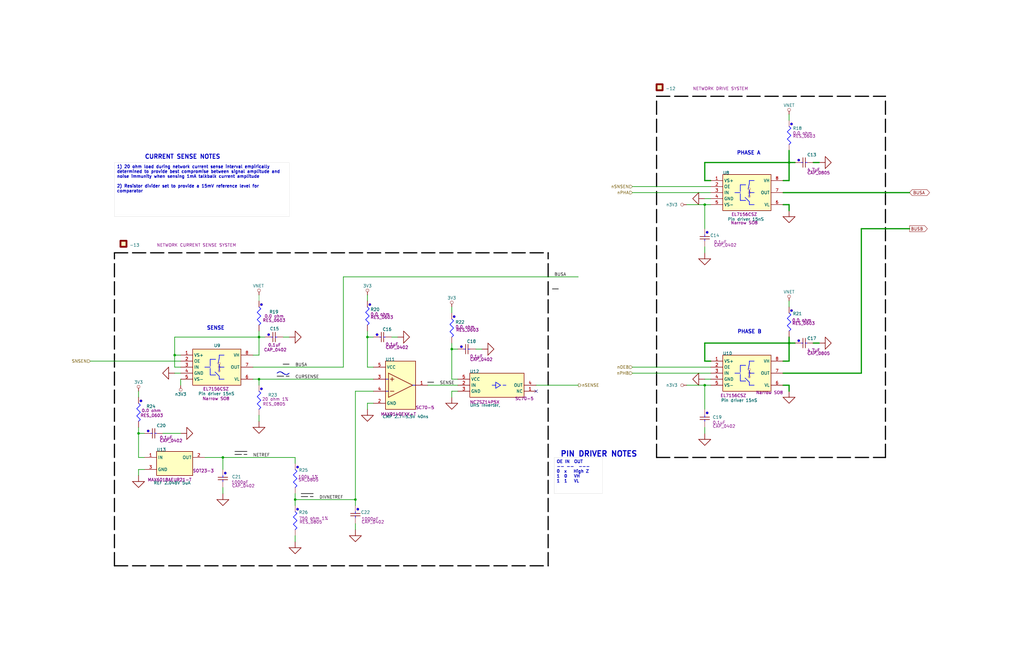
<source format=kicad_sch>
(kicad_sch (version 20231120) (generator "eeschema") (generator_version "8.0")
  (paper "B")
  (title_block (rev "-"))
  (lib_symbols
    (symbol "NNPS:3V3" (power)
      (property "Reference" "#PWR" (at 0 0 0))
      (property "Value" "3V3" (at 0 3.81 0))
      (symbol "3V3_0_0"
        (circle (center 0 -1.905) (radius 0.635) (stroke (width 0.127)))
        (polyline (pts (xy 0 0) (xy 0 -1.27)) (stroke (width 0.254)))
        (pin power_in line (at 0 0 0) (length 0) hide (name "3V3") (number ""))
      )
    )
    (symbol "NNPS:GND" (power)
      (property "Reference" "#PWR" (at 0 0 0))
      (property "Value" "GND" (at 0 6.35 0))
      (symbol "GND_0_0"
        (polyline (pts (xy 0 0) (xy 0 -2.54)) (stroke (width 0.254)))
        (polyline (pts (xy -2.54 -2.54) (xy 2.54 -2.54) (xy 0 -5.08) (xy -2.54 -2.54)) (stroke (width 0.254)))
        (pin power_in line (at 0 0 0) (length 0) hide (name "GND") (number ""))
      )
    )
    (symbol "NNPS:VNET" (power)
      (property "Reference" "#PWR" (at 0 0 0))
      (property "Value" "VNET" (at 0 3.81 0))
      (symbol "VNET_0_0"
        (circle (center 0 -1.905) (radius 0.635) (stroke (width 0.127)))
        (polyline (pts (xy 0 0) (xy 0 -1.27)) (stroke (width 0.254)))
        (pin power_in line (at 0 0 0) (length 0) hide (name "VNET") (number ""))
      )
    )
    (symbol "NNPS:n3V3" (power)
      (property "Reference" "#PWR" (at 0 0 0))
      (property "Value" "n3V3" (at 0 3.81 0))
      (symbol "n3V3_0_0"
        (circle (center 0 -1.905) (radius 0.635) (stroke (width 0.127)))
        (polyline (pts (xy 0 0) (xy 0 -1.27)) (stroke (width 0.254)))
        (pin power_in line (at 0 0 0) (length 0) hide (name "n3V3") (number ""))
      )
    )
    (symbol "NNPS:root_0_BOM_S1"
      (symbol "root_0_BOM_S1_1_0"
        (rectangle (start 2.54 0) (end 0 -2.54) (stroke (width 0.762)) (fill (type background)))
      )
    )
    (symbol "NNPS:root_0_EL7156CSZ"
      (symbol "root_0_EL7156CSZ_1_0"
        (polyline (pts (xy 7.366 -7.62) (xy 5.08 -7.62)) (stroke (width 0.254) (type dash) (color 0 0 255 1)))
        (polyline (pts (xy 7.366 -4.318) (xy 7.366 -10.922)) (stroke (width 0.254) (type dash) (color 0 0 255 1)))
        (polyline (pts (xy 9.652 -10.922) (xy 7.366 -10.922)) (stroke (width 0.254) (type dash) (color 0 0 255 1)))
        (polyline (pts (xy 9.652 -4.318) (xy 7.366 -4.318)) (stroke (width 0.254) (type dash) (color 0 0 255 1)))
        (polyline (pts (xy 10.668 -6.096) (xy 11.176 -3.81)) (stroke (width 0.254) (color 0 0 255 1)))
        (polyline (pts (xy 11.176 -12.7) (xy 11.176 -11.43)) (stroke (width 0.254) (color 0 0 255 1)))
        (polyline (pts (xy 11.176 -12.7) (xy 13.208 -12.7)) (stroke (width 0.254) (color 0 0 255 1)))
        (polyline (pts (xy 11.176 -11.43) (xy 9.398 -9.652)) (stroke (width 0.254) (color 0 0 255 1)))
        (polyline (pts (xy 11.176 -9.398) (xy 11.176 -7.62)) (stroke (width 0.254) (color 0 0 255 1)))
        (polyline (pts (xy 11.176 -7.62) (xy 11.176 -6.858)) (stroke (width 0.254) (color 0 0 255 1)))
        (polyline (pts (xy 11.176 -7.62) (xy 11.176 -6.858)) (stroke (width 0.254) (color 0 0 255 1)))
        (polyline (pts (xy 11.176 -7.62) (xy 11.176 -6.35)) (stroke (width 0.254) (color 0 0 255 1)))
        (polyline (pts (xy 11.176 -7.62) (xy 13.208 -7.62)) (stroke (width 0.254) (color 0 0 255 1)))
        (polyline (pts (xy 11.176 -3.81) (xy 11.176 -2.54)) (stroke (width 0.254) (color 0 0 255 1)))
        (polyline (pts (xy 11.176 -2.54) (xy 13.208 -2.54)) (stroke (width 0.254) (color 0 0 255 1)))
        (circle (center 11.176 -9.144) (radius 0.508) (stroke (width 0.0001)) (fill (type color) (color 0 0 255 1)))
        (circle (center 11.176 -7.62) (radius 0.508) (stroke (width 0.0001)) (fill (type color) (color 0 0 255 1)))
        (circle (center 11.176 -6.096) (radius 0.508) (stroke (width 0.0001)) (fill (type color) (color 0 0 255 1)))
        (rectangle (start 20.32 0) (end 0 -15.24) (stroke (width 0.254)) (fill (type background)))
        (pin passive line (at -5.08 -2.54 0) (length 5.08) (name "VS+") (number "1"))
        (pin passive line (at -5.08 -5.08 0) (length 5.08) (name "OE") (number "2"))
        (pin passive line (at -5.08 -7.62 0) (length 5.08) (name "IN") (number "3"))
        (pin passive line (at -5.08 -10.16 0) (length 5.08) (name "GND") (number "4"))
        (pin passive line (at -5.08 -12.7 0) (length 5.08) (name "VS-") (number "5"))
        (pin passive line (at 25.4 -12.7 180) (length 5.08) (name "VL") (number "6"))
        (pin passive line (at 25.4 -7.62 180) (length 5.08) (name "OUT") (number "7"))
        (pin passive line (at 25.4 -2.54 180) (length 5.08) (name "VH") (number "8"))
      )
    )
    (symbol "NNPS:root_0_GRM155R71C104KA88D"
      (symbol "root_0_GRM155R71C104KA88D_1_0"
        (polyline (pts (xy 2.54 0) (xy 3.302 0)) (stroke (width 0.254) (color 0 0 255 1)))
        (polyline (pts (xy 3.302 -2.032) (xy 3.302 2.032)) (stroke (width 0.254)))
        (polyline (pts (xy 4.318 2.032) (xy 4.318 -2.032)) (stroke (width 0.254)))
        (polyline (pts (xy 5.08 0) (xy 4.318 0)) (stroke (width 0.254) (color 0 0 255 1)))
        (circle (center 1.524 1.016) (radius 0.508) (stroke (width 0.0001)) (fill (type color) (color 0 0 255 1)))
        (pin passive line (at 0 0 0) (length 2.54) (name "1") (number "1"))
        (pin passive line (at 7.62 0 180) (length 2.54) (name "2") (number "2"))
      )
    )
    (symbol "NNPS:root_0_MAX6018AEUR21-T"
      (symbol "root_0_MAX6018AEUR21-T_1_0"
        (rectangle (start 15.24 0) (end 0 -10.16) (stroke (width 0.254)) (fill (type background)))
        (pin passive line (at -5.08 -2.54 0) (length 5.08) (name "IN") (number "1"))
        (pin passive line (at 20.32 -2.54 180) (length 5.08) (name "OUT") (number "2"))
        (pin passive line (at -5.08 -7.62 0) (length 5.08) (name "GND") (number "3"))
      )
    )
    (symbol "NNPS:root_0_MAX9140EXK"
      (symbol "root_0_MAX9140EXK_1_0"
        (polyline (pts (xy 0 -12.7) (xy 1.27 -12.7)) (stroke (width 0.254) (color 0 0 255 1)))
        (polyline (pts (xy 0 -7.62) (xy 1.27 -7.62)) (stroke (width 0.254) (color 0 0 255 1)))
        (polyline (pts (xy 1.27 -15.24) (xy 11.43 -10.16)) (stroke (width 0.254)))
        (polyline (pts (xy 1.27 -5.08) (xy 1.27 -15.24)) (stroke (width 0.254)))
        (polyline (pts (xy 1.27 -5.08) (xy 11.43 -10.16)) (stroke (width 0.254)))
        (polyline (pts (xy 2.032 -12.7) (xy 3.556 -12.7)) (stroke (width 0.254)))
        (polyline (pts (xy 2.032 -7.62) (xy 3.556 -7.62)) (stroke (width 0.254)))
        (polyline (pts (xy 2.794 -6.858) (xy 2.794 -8.382)) (stroke (width 0.254)))
        (polyline (pts (xy 11.43 -10.16) (xy 12.7 -10.16)) (stroke (width 0.254) (color 0 0 255 1)))
        (rectangle (start 12.7 0) (end 0 -20.32) (stroke (width 0.254)) (fill (type background)))
        (pin output line (at 17.78 -10.16 180) (length 5.08) (name "OUTA") (number "1"))
        (pin passive line (at -5.08 -17.78 0) (length 5.08) (name "GND") (number "2"))
        (pin tri_state line (at -5.08 -7.62 0) (length 5.08) (name "IN+") (number "3"))
        (pin tri_state line (at -5.08 -12.7 0) (length 5.08) (name "IN-") (number "4"))
        (pin passive line (at -5.08 -2.54 0) (length 5.08) (name "VCC") (number "5"))
      )
    )
    (symbol "NNPS:root_0_NC7SZ14P5X"
      (symbol "root_0_NC7SZ14P5X_1_0"
        (polyline (pts (xy 10.922 -6.35) (xy 10.922 -3.81)) (stroke (width 0.254) (color 0 0 255 1)))
        (polyline (pts (xy 10.922 -6.35) (xy 12.954 -5.08)) (stroke (width 0.254) (color 0 0 255 1)))
        (polyline (pts (xy 10.922 -5.08) (xy 9.398 -5.08)) (stroke (width 0.254) (color 0 0 255 1)))
        (polyline (pts (xy 10.922 -3.81) (xy 12.954 -5.08)) (stroke (width 0.254) (color 0 0 255 1)))
        (polyline (pts (xy 13.97 -5.08) (xy 15.24 -5.08)) (stroke (width 0.254) (color 0 0 255 1)))
        (rectangle (start 22.86 0) (end 0 -10.16) (stroke (width 0.254)) (fill (type background)))
        (pin passive line (at 27.94 -7.62 180) (length 5.08) (name "NC") (number "1"))
        (pin passive line (at -5.08 -5.08 0) (length 5.08) (name "IN") (number "2"))
        (pin passive line (at -5.08 -7.62 0) (length 5.08) (name "GND") (number "3"))
        (pin passive line (at 27.94 -5.08 180) (length 5.08) (name "OUT") (number "4"))
        (pin passive line (at -5.08 -2.54 0) (length 5.08) (name "VCC") (number "5"))
      )
    )
    (symbol "NNPS:root_0_TMK212BJ475KG-T"
      (symbol "root_0_TMK212BJ475KG-T_1_0"
        (polyline (pts (xy 2.54 0) (xy 3.302 0)) (stroke (width 0.254) (color 0 0 255 1)))
        (polyline (pts (xy 3.302 -2.032) (xy 3.302 2.032)) (stroke (width 0.254)))
        (polyline (pts (xy 4.318 2.032) (xy 4.318 -2.032)) (stroke (width 0.254)))
        (polyline (pts (xy 5.08 0) (xy 4.318 0)) (stroke (width 0.254) (color 0 0 255 1)))
        (circle (center 1.524 1.016) (radius 0.508) (stroke (width 0.0001)) (fill (type color) (color 0 0 255 1)))
        (pin passive line (at 0 0 0) (length 2.54) (name "1") (number "1"))
        (pin passive line (at 7.62 0 180) (length 2.54) (name "2") (number "2"))
      )
    )
    (symbol "NNPS:root_3_GRM1555C1H102JA01D"
      (symbol "root_3_GRM1555C1H102JA01D_1_0"
        (polyline (pts (xy -2.032 -3.302) (xy 2.032 -3.302)) (stroke (width 0.254)))
        (polyline (pts (xy 0 -5.08) (xy 0 -4.318)) (stroke (width 0.254) (color 0 0 255 1)))
        (polyline (pts (xy 0 -2.54) (xy 0 -3.302)) (stroke (width 0.254) (color 0 0 255 1)))
        (polyline (pts (xy 2.032 -4.318) (xy -2.032 -4.318)) (stroke (width 0.254)))
        (circle (center 1.016 -1.524) (radius 0.508) (stroke (width 0.0001)) (fill (type color) (color 0 0 255 1)))
        (pin passive line (at 0 0 270) (length 2.54) (name "1") (number "1"))
        (pin passive line (at 0 -7.62 90) (length 2.54) (name "2") (number "2"))
      )
    )
    (symbol "NNPS:root_3_GRM155R71C104KA88D"
      (symbol "root_3_GRM155R71C104KA88D_1_0"
        (polyline (pts (xy -2.032 -3.302) (xy 2.032 -3.302)) (stroke (width 0.254)))
        (polyline (pts (xy 0 -5.08) (xy 0 -4.318)) (stroke (width 0.254) (color 0 0 255 1)))
        (polyline (pts (xy 0 -2.54) (xy 0 -3.302)) (stroke (width 0.254) (color 0 0 255 1)))
        (polyline (pts (xy 2.032 -4.318) (xy -2.032 -4.318)) (stroke (width 0.254)))
        (circle (center 1.016 -1.524) (radius 0.508) (stroke (width 0.0001)) (fill (type color) (color 0 0 255 1)))
        (pin passive line (at 0 0 270) (length 2.54) (name "1") (number "1"))
        (pin passive line (at 0 -7.62 90) (length 2.54) (name "2") (number "2"))
      )
    )
    (symbol "NNPS:root_3_MCR03ERTJ000"
      (symbol "root_3_MCR03ERTJ000_1_0"
        (polyline (pts (xy 0 -10.16) (xy 0.762 -9.398) (xy -0.762 -7.874) (xy 0.762 -6.35) (xy -0.762 -4.826) (xy 0.762 -3.302) (xy 0 -2.54)) (stroke (width 0.254) (color 0 0 255 1)))
        (circle (center 1.016 -1.524) (radius 0.508) (stroke (width 0.0001)) (fill (type color) (color 0 0 255 1)))
        (pin passive line (at 0 0 270) (length 2.54) (name "1") (number "1"))
        (pin passive line (at 0 -12.7 90) (length 2.54) (name "2") (number "2"))
      )
    )
    (symbol "NNPS:root_3_MCR10EZHF20R0"
      (symbol "root_3_MCR10EZHF20R0_1_0"
        (polyline (pts (xy 0 -10.16) (xy 0.762 -9.398) (xy -0.762 -7.874) (xy 0.762 -6.35) (xy -0.762 -4.826) (xy 0.762 -3.302) (xy 0 -2.54)) (stroke (width 0.254) (color 0 0 255 1)))
        (circle (center 1.016 -1.524) (radius 0.508) (stroke (width 0.0001)) (fill (type color) (color 0 0 255 1)))
        (pin passive line (at 0 0 270) (length 2.54) (name "1") (number "1"))
        (pin passive line (at 0 -12.7 90) (length 2.54) (name "2") (number "2"))
      )
    )
    (symbol "NNPS:root_3_RG2012P-104-B-T5"
      (symbol "root_3_RG2012P-104-B-T5_1_0"
        (polyline (pts (xy 0 -10.16) (xy 0.762 -9.398) (xy -0.762 -7.874) (xy 0.762 -6.35) (xy -0.762 -4.826) (xy 0.762 -3.302) (xy 0 -2.54)) (stroke (width 0.254) (color 0 0 255 1)))
        (circle (center 1.016 -1.524) (radius 0.508) (stroke (width 0.0001)) (fill (type color) (color 0 0 255 1)))
        (pin passive line (at 0 0 270) (length 2.54) (name "1") (number "1"))
        (pin passive line (at 0 -12.7 90) (length 2.54) (name "2") (number "2"))
      )
    )
    (symbol "NNPS:root_3_RG2012P-751-B-T5"
      (symbol "root_3_RG2012P-751-B-T5_1_0"
        (polyline (pts (xy 0 -10.16) (xy 0.762 -9.398) (xy -0.762 -7.874) (xy 0.762 -6.35) (xy -0.762 -4.826) (xy 0.762 -3.302) (xy 0 -2.54)) (stroke (width 0.254) (color 0 0 255 1)))
        (circle (center 1.016 -1.524) (radius 0.508) (stroke (width 0.0001)) (fill (type color) (color 0 0 255 1)))
        (pin passive line (at 0 0 270) (length 2.54) (name "1") (number "1"))
        (pin passive line (at 0 -12.7 90) (length 2.54) (name "2") (number "2"))
      )
    )
  )
  (junction (at 73.66 149.86))
  (junction (at 149.86 210.82))
  (junction (at 190.5 147.32))
  (junction (at 124.46 210.82))
  (junction (at 58.42 182.88))
  (junction (at 332.74 144.78))
  (junction (at 297.18 86.36))
  (junction (at 109.22 142.24))
  (junction (at 297.18 162.56))
  (junction (at 109.22 160.02))
  (junction (at 154.94 142.24))
  (junction (at 93.98 193.04))
  (junction (at 332.74 68.58))
  (no_connect (at 226.06 165.1))
  (wire (pts (xy 73.66 149.86) (xy 73.66 154.94)) (stroke (width 0.254)))
  (wire (pts (xy 332.74 50.8) (xy 332.74 48.26)) (stroke (width 0.254)))
  (polyline (pts (xy 119.3763 157.4764) (xy 119.38 157.48)) (stroke (width 0.254) (type solid)))
  (polyline (pts (xy 119.3654 157.4661) (xy 119.3763 157.4764)) (stroke (width 0.254) (type solid)))
  (wire (pts (xy 121.92 142.24) (xy 119.38 142.24)) (stroke (width 0.254)))
  (polyline (pts (xy 119.3945 157.494) (xy 119.4124 157.5104)) (stroke (width 0.254) (type solid)))
  (wire (pts (xy 345.44 144.78) (xy 342.9 144.78)) (stroke (width 0.508)))
  (polyline (pts (xy 118.5862 157.0038) (xy 118.6736 157.0353)) (stroke (width 0.254) (type solid)))
  (polyline (pts (xy 119.2918 157.4016) (xy 119.3229 157.428)) (stroke (width 0.254) (type solid)))
  (wire (pts (xy 124.46 210.82) (xy 124.46 208.28)) (stroke (width 0.254)))
  (wire (pts (xy 332.74 68.58) (xy 335.28 68.58)) (stroke (width 0.508)))
  (wire (pts (xy 297.18 182.88) (xy 297.18 180.34)) (stroke (width 0.254)))
  (wire (pts (xy 332.74 88.9) (xy 332.74 86.36)) (stroke (width 0.508)))
  (wire (pts (xy 124.46 210.82) (xy 149.86 210.82)) (stroke (width 0.254)))
  (polyline (pts (xy 119.7133 157.7358) (xy 119.7786 157.7755)) (stroke (width 0.254) (type solid)))
  (polyline (pts (xy 120.1737 157.9563) (xy 120.2648 157.9841)) (stroke (width 0.254) (type solid)))
  (wire (pts (xy 332.74 165.1) (xy 332.74 162.56)) (stroke (width 0.508)))
  (wire (pts (xy 154.94 127) (xy 154.94 124.46)) (stroke (width 0.254)))
  (wire (pts (xy 154.94 154.94) (xy 157.48 154.94)) (stroke (width 0.254)))
  (wire (pts (xy 330.2 81.28) (xy 383.54 81.28)) (stroke (width 0.508)))
  (polyline (pts (xy 119.7786 157.7755) (xy 119.8488 157.8149)) (stroke (width 0.254) (type solid)))
  (polyline (pts (xy 117.9918 156.9173) (xy 118.0981 156.916)) (stroke (width 0.254) (type solid)))
  (polyline (pts (xy 121.2139 157.9516) (xy 121.3295 157.9039)) (stroke (width 0.254) (type solid)))
  (wire (pts (xy 289.56 86.36) (xy 297.18 86.36)) (stroke (width 0.254)))
  (wire (pts (xy 180.34 162.56) (xy 193.04 162.56)) (stroke (width 0.254)))
  (polyline (pts (xy 120.2648 157.9841) (xy 120.3594 158.0075)) (stroke (width 0.254) (type solid)))
  (polyline (pts (xy 120.0863 157.9248) (xy 120.1737 157.9563)) (stroke (width 0.254) (type solid)))
  (wire (pts (xy 154.94 142.24) (xy 154.94 154.94)) (stroke (width 0.254)))
  (polyline (pts (xy 120.7681 158.0428) (xy 120.8766 158.0336)) (stroke (width 0.254) (type solid)))
  (polyline (pts (xy 120.8766 158.0336) (xy 120.9873 158.0158)) (stroke (width 0.254) (type solid)))
  (wire (pts (xy 76.2 182.88) (xy 68.58 182.88)) (stroke (width 0.254)))
  (wire (pts (xy 266.7 157.48) (xy 299.72 157.48)) (stroke (width 0.254)))
  (polyline (pts (xy 119.1068 157.2634) (xy 119.1617 157.3015)) (stroke (width 0.254) (type solid)))
  (wire (pts (xy 190.5 160.02) (xy 193.04 160.02)) (stroke (width 0.254)))
  (wire (pts (xy 332.74 86.36) (xy 330.2 86.36)) (stroke (width 0.508)))
  (wire (pts (xy 76.2 149.86) (xy 73.66 149.86)) (stroke (width 0.254)))
  (wire (pts (xy 93.98 208.28) (xy 93.98 205.74)) (stroke (width 0.254)))
  (polyline (pts (xy 118.3026 156.9344) (xy 118.4005 156.9526)) (stroke (width 0.254) (type solid)))
  (wire (pts (xy 266.7 78.74) (xy 299.72 78.74)) (stroke (width 0.254)))
  (polyline (pts (xy 119.9236 157.8534) (xy 120.0029 157.8903)) (stroke (width 0.254) (type solid)))
  (wire (pts (xy 60.96 182.88) (xy 58.42 182.88)) (stroke (width 0.254)))
  (polyline (pts (xy 120.4573 158.0257) (xy 120.5582 158.0382)) (stroke (width 0.254) (type solid)))
  (polyline (pts (xy 119.38 157.48) (xy 119.3836 157.4837)) (stroke (width 0.254) (type solid)))
  (wire (pts (xy 330.2 152.4) (xy 332.74 152.4)) (stroke (width 0.508)))
  (polyline (pts (xy 48.26 238.76) (xy 231.14 238.76)) (stroke (width 0.508) (type dash) (color 0 0 0 1)))
  (wire (pts (xy 330.2 157.48) (xy 363.22 157.48)) (stroke (width 0.508)))
  (polyline (pts (xy 119.6531 157.6967) (xy 119.7133 157.7358)) (stroke (width 0.254) (type solid)))
  (wire (pts (xy 154.94 142.24) (xy 157.48 142.24)) (stroke (width 0.254)))
  (polyline (pts (xy 121.6821 157.6893) (xy 121.8009 157.5918)) (stroke (width 0.254) (type solid)))
  (polyline (pts (xy 119.5982 157.6586) (xy 119.6531 157.6967)) (stroke (width 0.254) (type solid)))
  (polyline (pts (xy 121.3295 157.9039) (xy 121.4462 157.8447)) (stroke (width 0.254) (type solid)))
  (wire (pts (xy 297.18 76.2) (xy 297.18 68.58)) (stroke (width 0.508)))
  (polyline (pts (xy 119.8488 157.8149) (xy 119.9236 157.8534)) (stroke (width 0.254) (type solid)))
  (wire (pts (xy 297.18 160.02) (xy 299.72 160.02)) (stroke (width 0.254)))
  (wire (pts (xy 332.74 142.24) (xy 332.74 144.78)) (stroke (width 0.508)))
  (wire (pts (xy 332.74 152.4) (xy 332.74 144.78)) (stroke (width 0.508)))
  (polyline (pts (xy 117.546 157.0085) (xy 117.6601 156.9714)) (stroke (width 0.254) (type solid)))
  (polyline (pts (xy 48.26 106.68) (xy 231.14 106.68)) (stroke (width 0.508) (type dash) (color 0 0 0 1)))
  (wire (pts (xy 332.74 76.2) (xy 332.74 68.58)) (stroke (width 0.508)))
  (polyline (pts (xy 276.86 40.64) (xy 373.38 40.64)) (stroke (width 0.508) (type dash) (color 0 0 0 1)))
  (polyline (pts (xy 121.92 153.67) (xy 119.38 153.67)) (stroke (width 0.254) (type solid) (color 0 0 0 1)))
  (polyline (pts (xy 276.86 193.04) (xy 276.86 40.64)) (stroke (width 0.508) (type dash) (color 0 0 0 1)))
  (polyline (pts (xy 121.5638 157.7734) (xy 121.6821 157.6893)) (stroke (width 0.254) (type solid)))
  (wire (pts (xy 297.18 172.72) (xy 297.18 162.56)) (stroke (width 0.254)))
  (polyline (pts (xy 119.4681 157.5585) (xy 119.5055 157.5889)) (stroke (width 0.254) (type solid)))
  (wire (pts (xy 299.72 76.2) (xy 297.18 76.2)) (stroke (width 0.508)))
  (polyline (pts (xy 119.0466 157.2243) (xy 119.1068 157.2634)) (stroke (width 0.254) (type solid)))
  (wire (pts (xy 266.7 154.94) (xy 299.72 154.94)) (stroke (width 0.254)))
  (wire (pts (xy 157.48 160.02) (xy 109.22 160.02)) (stroke (width 0.254)))
  (polyline (pts (xy 119.3475 157.4497) (xy 119.3654 157.4661)) (stroke (width 0.254) (type solid)))
  (polyline (pts (xy 99.06 191.77) (xy 104.14 191.77)) (stroke (width 0.254) (type dash) (color 0 0 0 1)))
  (polyline (pts (xy 119.437 157.5321) (xy 119.4681 157.5585)) (stroke (width 0.254) (type solid)))
  (wire (pts (xy 190.5 167.64) (xy 190.5 165.1)) (stroke (width 0.254)))
  (wire (pts (xy 124.46 213.36) (xy 124.46 210.82)) (stroke (width 0.254)))
  (wire (pts (xy 266.7 81.28) (xy 299.72 81.28)) (stroke (width 0.254)))
  (wire (pts (xy 144.78 154.94) (xy 144.78 116.84)) (stroke (width 0.254)))
  (wire (pts (xy 58.42 182.88) (xy 58.42 180.34)) (stroke (width 0.254)))
  (polyline (pts (xy 119.2109 157.3376) (xy 119.2544 157.3712)) (stroke (width 0.254) (type solid)))
  (wire (pts (xy 190.5 132.08) (xy 190.5 129.54)) (stroke (width 0.254)))
  (wire (pts (xy 330.2 76.2) (xy 332.74 76.2)) (stroke (width 0.508)))
  (polyline (pts (xy 118.2017 156.9219) (xy 118.3026 156.9344)) (stroke (width 0.254) (type solid)))
  (wire (pts (xy 58.42 200.66) (xy 58.42 198.12)) (stroke (width 0.254)))
  (polyline (pts (xy 116.84 157.48) (xy 116.959 157.3683)) (stroke (width 0.254) (type solid)))
  (wire (pts (xy 109.22 142.24) (xy 111.76 142.24)) (stroke (width 0.254)))
  (polyline (pts (xy 118.9813 157.1846) (xy 119.0466 157.2243)) (stroke (width 0.254) (type solid)))
  (wire (pts (xy 297.18 144.78) (xy 297.18 152.4)) (stroke (width 0.508)))
  (wire (pts (xy 93.98 193.04) (xy 124.46 193.04)) (stroke (width 0.254)))
  (wire (pts (xy 345.44 68.58) (xy 342.9 68.58)) (stroke (width 0.508)))
  (polyline (pts (xy 117.4304 157.0562) (xy 117.546 157.0085)) (stroke (width 0.254) (type solid)))
  (wire (pts (xy 167.64 142.24) (xy 165.1 142.24)) (stroke (width 0.254)))
  (wire (pts (xy 73.66 149.86) (xy 73.66 142.24)) (stroke (width 0.254)))
  (polyline (pts (xy 48.26 238.76) (xy 48.26 106.68)) (stroke (width 0.508) (type dash) (color 0 0 0 1)))
  (polyline (pts (xy 119.1617 157.3015) (xy 119.2109 157.3376)) (stroke (width 0.254) (type solid)))
  (wire (pts (xy 297.18 162.56) (xy 289.56 162.56)) (stroke (width 0.254)))
  (wire (pts (xy 190.5 165.1) (xy 193.04 165.1)) (stroke (width 0.254)))
  (wire (pts (xy 58.42 193.04) (xy 58.42 182.88)) (stroke (width 0.254)))
  (wire (pts (xy 124.46 193.04) (xy 124.46 195.58)) (stroke (width 0.254)))
  (polyline (pts (xy 121.4462 157.8447) (xy 121.5638 157.7734)) (stroke (width 0.254) (type solid)))
  (polyline (pts (xy 117.6601 156.9714) (xy 117.7726 156.9443)) (stroke (width 0.254) (type solid)))
  (polyline (pts (xy 118.9111 157.1452) (xy 118.9813 157.1846)) (stroke (width 0.254) (type solid)))
  (polyline (pts (xy 231.14 238.76) (xy 231.14 106.68)) (stroke (width 0.508) (type dash) (color 0 0 0 1)))
  (polyline (pts (xy 180.34 161.29) (xy 182.88 161.29)) (stroke (width 0.254) (type solid) (color 0 0 0 1)))
  (wire (pts (xy 38.1 152.4) (xy 76.2 152.4)) (stroke (width 0.254)))
  (wire (pts (xy 297.18 86.36) (xy 297.18 96.52)) (stroke (width 0.254)))
  (polyline (pts (xy 119.549 157.6225) (xy 119.5982 157.6586)) (stroke (width 0.254) (type solid)))
  (polyline (pts (xy 119.3836 157.4837) (xy 119.3945 157.494)) (stroke (width 0.254) (type solid)))
  (wire (pts (xy 332.74 162.56) (xy 330.2 162.56)) (stroke (width 0.508)))
  (wire (pts (xy 58.42 198.12) (xy 60.96 198.12)) (stroke (width 0.254)))
  (wire (pts (xy 76.2 162.56) (xy 76.2 160.02)) (stroke (width 0.254)))
  (wire (pts (xy 124.46 228.6) (xy 124.46 226.06)) (stroke (width 0.254)))
  (polyline (pts (xy 121.0998 157.9887) (xy 121.2139 157.9516)) (stroke (width 0.254) (type solid)))
  (wire (pts (xy 149.86 213.36) (xy 149.86 210.82)) (stroke (width 0.254)))
  (wire (pts (xy 297.18 152.4) (xy 299.72 152.4)) (stroke (width 0.508)))
  (wire (pts (xy 332.74 68.58) (xy 332.74 63.5)) (stroke (width 0.508)))
  (polyline (pts (xy 127 208.28) (xy 132.08 208.28)) (stroke (width 0.254) (type solid) (color 0 0 0 1)))
  (wire (pts (xy 154.94 170.18) (xy 157.48 170.18)) (stroke (width 0.254)))
  (wire (pts (xy 109.22 142.24) (xy 109.22 139.7)) (stroke (width 0.254)))
  (wire (pts (xy 86.36 193.04) (xy 93.98 193.04)) (stroke (width 0.254)))
  (polyline (pts (xy 121.8009 157.5918) (xy 121.92 157.48)) (stroke (width 0.254) (type solid)))
  (polyline (pts (xy 117.8833 156.9265) (xy 117.9918 156.9173)) (stroke (width 0.254) (type solid)))
  (polyline (pts (xy 118.8363 157.1067) (xy 118.9111 157.1452)) (stroke (width 0.254) (type solid)))
  (wire (pts (xy 144.78 116.84) (xy 243.84 116.84)) (stroke (width 0.254)))
  (polyline (pts (xy 118.757 157.0698) (xy 118.8363 157.1067)) (stroke (width 0.254) (type solid)))
  (wire (pts (xy 193.04 147.32) (xy 190.5 147.32)) (stroke (width 0.254)))
  (wire (pts (xy 93.98 193.04) (xy 93.98 198.12)) (stroke (width 0.254)))
  (wire (pts (xy 106.68 149.86) (xy 109.22 149.86)) (stroke (width 0.254)))
  (wire (pts (xy 109.22 177.8) (xy 109.22 175.26)) (stroke (width 0.254)))
  (wire (pts (xy 226.06 162.56) (xy 243.84 162.56)) (stroke (width 0.254)))
  (wire (pts (xy 106.68 154.94) (xy 144.78 154.94)) (stroke (width 0.254)))
  (wire (pts (xy 363.22 96.52) (xy 383.54 96.52)) (stroke (width 0.508)))
  (wire (pts (xy 332.74 144.78) (xy 297.18 144.78)) (stroke (width 0.508)))
  (wire (pts (xy 76.2 157.48) (xy 73.66 157.48)) (stroke (width 0.254)))
  (polyline (pts (xy 120.3594 158.0075) (xy 120.4573 158.0257)) (stroke (width 0.254) (type solid)))
  (wire (pts (xy 109.22 160.02) (xy 106.68 160.02)) (stroke (width 0.254)))
  (wire (pts (xy 149.86 210.82) (xy 149.86 165.1)) (stroke (width 0.254)))
  (wire (pts (xy 332.74 127) (xy 332.74 129.54)) (stroke (width 0.254)))
  (polyline (pts (xy 373.38 193.04) (xy 373.38 40.64)) (stroke (width 0.508) (type dash) (color 0 0 0 1)))
  (polyline (pts (xy 119.3229 157.428) (xy 119.3475 157.4497)) (stroke (width 0.254) (type solid)))
  (wire (pts (xy 154.94 139.7) (xy 154.94 142.24)) (stroke (width 0.254)))
  (polyline (pts (xy 120.0029 157.8903) (xy 120.0863 157.9248)) (stroke (width 0.254) (type solid)))
  (wire (pts (xy 154.94 172.72) (xy 154.94 170.18)) (stroke (width 0.254)))
  (wire (pts (xy 297.18 83.82) (xy 299.72 83.82)) (stroke (width 0.254)))
  (wire (pts (xy 73.66 154.94) (xy 76.2 154.94)) (stroke (width 0.254)))
  (polyline (pts (xy 117.0778 157.2708) (xy 117.1961 157.1867)) (stroke (width 0.254) (type solid)))
  (wire (pts (xy 109.22 149.86) (xy 109.22 142.24)) (stroke (width 0.254)))
  (polyline (pts (xy 127 209.55) (xy 132.08 209.55)) (stroke (width 0.254) (type dash) (color 0 0 0 1)))
  (polyline (pts (xy 119.4124 157.5104) (xy 119.437 157.5321)) (stroke (width 0.254) (type solid)))
  (polyline (pts (xy 99.06 190.5) (xy 104.14 190.5)) (stroke (width 0.254) (type solid) (color 0 0 0 1)))
  (wire (pts (xy 109.22 162.56) (xy 109.22 160.02)) (stroke (width 0.254)))
  (wire (pts (xy 58.42 165.1) (xy 58.42 167.64)) (stroke (width 0.254)))
  (polyline (pts (xy 119.2544 157.3712) (xy 119.2918 157.4016)) (stroke (width 0.254) (type solid)))
  (polyline (pts (xy 119.5055 157.5889) (xy 119.549 157.6225)) (stroke (width 0.254) (type solid)))
  (wire (pts (xy 190.5 147.32) (xy 190.5 160.02)) (stroke (width 0.254)))
  (polyline (pts (xy 118.4005 156.9526) (xy 118.4951 156.976)) (stroke (width 0.254) (type solid)))
  (polyline (pts (xy 117.7726 156.9443) (xy 117.8833 156.9265)) (stroke (width 0.254) (type solid)))
  (polyline (pts (xy 117.1961 157.1867) (xy 117.3137 157.1154)) (stroke (width 0.254) (type solid)))
  (wire (pts (xy 299.72 162.56) (xy 297.18 162.56)) (stroke (width 0.254)))
  (polyline (pts (xy 116.84 158.75) (xy 121.92 158.75)) (stroke (width 0.254) (type dash) (color 0 0 0 1)))
  (wire (pts (xy 190.5 144.78) (xy 190.5 147.32)) (stroke (width 0.254)))
  (wire (pts (xy 297.18 68.58) (xy 332.74 68.58)) (stroke (width 0.508)))
  (polyline (pts (xy 118.0981 156.916) (xy 118.2017 156.9219)) (stroke (width 0.254) (type solid)))
  (wire (pts (xy 73.66 142.24) (xy 109.22 142.24)) (stroke (width 0.254)))
  (polyline (pts (xy 276.86 193.04) (xy 373.38 193.04)) (stroke (width 0.508) (type dash) (color 0 0 0 1)))
  (wire (pts (xy 297.18 86.36) (xy 299.72 86.36)) (stroke (width 0.254)))
  (wire (pts (xy 297.18 106.68) (xy 297.18 104.14)) (stroke (width 0.254)))
  (wire (pts (xy 332.74 144.78) (xy 335.28 144.78)) (stroke (width 0.508)))
  (polyline (pts (xy 118.4951 156.976) (xy 118.5862 157.0038)) (stroke (width 0.254) (type solid)))
  (wire (pts (xy 149.86 220.98) (xy 149.86 223.52)) (stroke (width 0.254)))
  (wire (pts (xy 109.22 124.46) (xy 109.22 127)))
  (polyline (pts (xy 117.3137 157.1154) (xy 117.4304 157.0562)) (stroke (width 0.254) (type solid)))
  (wire (pts (xy 60.96 193.04) (xy 58.42 193.04)) (stroke (width 0.254)))
  (polyline (pts (xy 116.959 157.3683) (xy 117.0778 157.2708)) (stroke (width 0.254) (type solid)))
  (polyline (pts (xy 120.5582 158.0382) (xy 120.6618 158.0441)) (stroke (width 0.254) (type solid)))
  (polyline (pts (xy 120.6618 158.0441) (xy 120.7681 158.0428)) (stroke (width 0.254) (type solid)))
  (wire (pts (xy 203.2 147.32) (xy 200.66 147.32)) (stroke (width 0.254)))
  (polyline (pts (xy 120.9873 158.0158) (xy 121.0998 157.9887)) (stroke (width 0.254) (type solid)))
  (polyline (pts (xy 235.458 121.92) (xy 232.918 121.92)) (stroke (width 0.254) (type solid) (color 0 0 0 1)))
  (polyline (pts (xy 118.6736 157.0353) (xy 118.757 157.0698)) (stroke (width 0.254) (type solid)))
  (wire (pts (xy 363.22 157.48) (xy 363.22 96.52)) (stroke (width 0.508)))
  (wire (pts (xy 149.86 165.1) (xy 157.48 165.1)) (stroke (width 0.254)))
  (text_box "OE IN  OUT\n-- --  ---\n0  x   High Z\n1  0   VH\n1  1   VL" (at 254 193.04 0) (size -20.32 15.24) (stroke (width 0) (color 224 224 224 1)) (fill (type color) (color 255 255 255 1)) (effects (font (size 1.27 1.27) (bold yes)) (justify left top)))
  (text_box "1) 20 ohm load during network current sense interval empirically determined to provide best compromise between signal amplitude and noise immunity when sensing 1mA talkbalk current amplitude\n\n2) Resistor divider set to provide a 15mV reference level for comparator" (at 121.92 68.58 0) (size -73.66 22.86) (stroke (width 0) (color 224 224 224 1)) (fill (type color) (color 255 255 255 1)) (effects (font (size 1.27 1.27) (bold yes)) (justify left top)))
  (text "PIN DRIVER NOTES" (at 236.22 193.04 0) (effects (font (size 2.286 2.286) (bold yes)) (justify left bottom)))
  (text "PHASE B" (at 310.896 140.97 0) (effects (font (size 1.524 1.524) (bold yes)) (justify left bottom)))
  (text "SENSE" (at 87.122 139.446 0) (effects (font (size 1.524 1.524) (bold yes)) (justify left bottom)))
  (text "PHASE A" (at 310.642 65.532 0) (effects (font (size 1.524 1.524) (bold yes)) (justify left bottom)))
  (text "CURRENT SENSE NOTES" (at 60.96 67.31 0) (effects (font (size 1.778 1.778) (bold yes)) (justify left bottom)))
  (label "NETREF" (at 106.68 193.04 0))
  (label "BUSA" (at 233.68 116.84 0))
  (label "BUSA" (at 124.46 154.94 0))
  (label "DIVNETREF" (at 134.62 210.82 0))
  (label "CURSENSE" (at 124.46 160.02 0))
  (label "SENSE" (at 185.42 162.56 0))
  (global_label "BUSA" (shape bidirectional) (at 383.54 81.28 0) (property "Intersheetrefs" "${INTERSHEET_REFS}" (effects (hide yes))))
  (global_label "BUSB" (shape output) (at 383.54 96.52 0) (property "Intersheetrefs" "${INTERSHEET_REFS}" (effects (hide yes))))
  (hierarchical_label "nSENSE" (shape output) (at 243.84 162.56 0))
  (hierarchical_label "nOEB" (shape input) (at 266.7 154.94 180))
  (hierarchical_label "nSNSEN" (shape input) (at 266.7 78.74 180))
  (hierarchical_label "nPHA" (shape input) (at 266.7 81.28 180))
  (hierarchical_label "SNSEN" (shape input) (at 38.1 152.4 180))
  (hierarchical_label "nPHB" (shape input) (at 266.7 157.48 180))
  (symbol (lib_id "NNPS:root_3_GRM155R71C104KA88D") (at 297.18 96.52 0) (unit 1)
    (property "Reference" "C14" (at 299.466 100.076 0) (effects (justify left bottom)))
    (property "Value" "C_100n_X7R_16_0402_10%" (effects (hide yes)))
    (property "Footprint" "NNPS:CAP_0402" (effects (hide yes)))
    (property "MFR" "Murata" (effects (hide yes)))
    (property "PACKAGEDESCRIPTION" "CAP_0402" (at 300.99 104.14 0) (effects (justify left bottom)))
    (property "SUPPLIER 1" "Digi-Key" (effects (hide yes)))
    (property "SUPPLIER PART NUMBER 1" "490-3261-2-ND" (effects (hide yes)))
    (property "ALTIUM_VALUE" "0.1uF" (at 300.99 102.87 0) (effects (justify left bottom)))
    (property "MPN" "GRM155R71C104KA88D" (effects (hide yes)))
    (property "SBI" "53-0040-1" (effects (hide yes)))
  )
  (symbol (lib_id "NNPS:root_0_EL7156CSZ") (at 81.28 147.32 0) (unit 1)
    (property "Reference" "U9" (at 90.17 146.558 0) (effects (justify left bottom)))
    (property "Value" "Pin driver 15nS" (at 83.566 166.878 0) (effects (justify left bottom)))
    (property "Footprint" "NNPS:SOIC8-N" (effects (hide yes)))
    (property "SUPPLIER PART NUMBER 1" "EL7156CSZ-T7DKR-ND" (effects (hide yes)))
    (property "SUPPLIER 1" "Digi-Key" (effects (hide yes)))
    (property "MFR" "Intersil" (effects (hide yes)))
    (property "PACKAGEDESCRIPTION" "Narrow SO8" (at 85.344 168.91 0) (effects (justify left bottom)))
    (property "MPN" "EL7156CSZ" (at 85.598 164.846 0) (effects (justify left bottom)))
    (property "SBI" "54-0092" (effects (hide yes)))
  )
  (symbol (lib_id "NNPS:root_0_GRM155R71C104KA88D") (at 157.48 142.24 0) (unit 1)
    (property "Reference" "C16" (at 161.29 139.7 0) (effects (justify left bottom)))
    (property "Value" "C_100n_X7R_16_0402_10%" (effects (hide yes)))
    (property "Footprint" "NNPS:CAP_0402" (effects (hide yes)))
    (property "MFR" "Murata" (effects (hide yes)))
    (property "PACKAGEDESCRIPTION" "CAP_0402" (at 162.56 147.32 0) (effects (justify left bottom)))
    (property "SUPPLIER 1" "Digi-Key" (effects (hide yes)))
    (property "SUPPLIER PART NUMBER 1" "490-3261-2-ND" (effects (hide yes)))
    (property "ALTIUM_VALUE" "0.1uF" (at 162.56 146.05 0) (effects (justify left bottom)))
    (property "MPN" "GRM155R71C104KA88D" (effects (hide yes)))
    (property "SBI" "53-0040-1" (effects (hide yes)))
  )
  (symbol (lib_id "NNPS:n3V3") (at 76.2 162.56 0) (unit 1)
    (property "Reference" "#PWR?" (effects (hide yes)))
    (property "Value" "n3V3" (at 76.2 166.37 0))
  )
  (symbol (lib_id "NNPS:root_0_GRM155R71C104KA88D") (at 193.04 147.32 0) (unit 1)
    (property "Reference" "C18" (at 196.85 144.78 0) (effects (justify left bottom)))
    (property "Value" "C_100n_X7R_16_0402_10%" (effects (hide yes)))
    (property "Footprint" "NNPS:CAP_0402" (effects (hide yes)))
    (property "MFR" "Murata" (effects (hide yes)))
    (property "PACKAGEDESCRIPTION" "CAP_0402" (at 198.12 152.4 0) (effects (justify left bottom)))
    (property "SUPPLIER 1" "Digi-Key" (effects (hide yes)))
    (property "SUPPLIER PART NUMBER 1" "490-3261-2-ND" (effects (hide yes)))
    (property "ALTIUM_VALUE" "0.1uF" (at 198.12 151.13 0) (effects (justify left bottom)))
    (property "MPN" "GRM155R71C104KA88D" (effects (hide yes)))
    (property "SBI" "53-0040-1" (effects (hide yes)))
  )
  (symbol (lib_id "NNPS:root_3_MCR03ERTJ000") (at 332.74 50.8 0) (unit 1)
    (property "Reference" "R18" (at 334.264 54.864 0) (effects (justify left bottom)))
    (property "Value" "R_0_0603" (effects (hide yes)))
    (property "Footprint" "NNPS:RES_0603" (effects (hide yes)))
    (property "MFR" "Vishay Dale" (effects (hide yes)))
    (property "PACKAGEDESCRIPTION" "RES_0603" (at 334.264 58.166 0) (effects (justify left bottom)))
    (property "SUPPLIER 1" "Digi-Key" (effects (hide yes)))
    (property "SUPPLIER PART NUMBER 1" "541-1.00KLDKR-ND" (effects (hide yes)))
    (property "ALTIUM_VALUE" "0.0 ohm" (at 334.264 56.896 0) (effects (justify left bottom)))
    (property "MPN" "CRCW06030000Z0EA" (effects (hide yes)))
    (property "SBI" "53-0075" (effects (hide yes)))
  )
  (symbol (lib_id "NNPS:GND") (at 76.2 182.88 90) (unit 1)
    (property "Reference" "#PWR?" (effects (hide yes)))
    (property "Value" "GND" (effects (hide yes)))
  )
  (symbol (lib_id "NNPS:VNET") (at 109.22 124.46 180) (unit 1)
    (property "Reference" "#PWR051" (effects (hide yes)))
    (property "Value" "VNET" (at 108.966 120.65 0))
  )
  (symbol (lib_id "NNPS:GND") (at 93.98 208.28 0) (unit 1)
    (property "Reference" "#PWR?" (effects (hide yes)))
    (property "Value" "GND" (effects (hide yes)))
  )
  (symbol (lib_id "NNPS:GND") (at 297.18 106.68 0) (unit 1)
    (property "Reference" "#PWR?" (effects (hide yes)))
    (property "Value" "GND" (effects (hide yes)))
  )
  (symbol (lib_id "NNPS:VNET") (at 332.74 48.26 180) (unit 1)
    (property "Reference" "#PWR?" (effects (hide yes)))
    (property "Value" "VNET" (at 332.74 44.45 0))
  )
  (symbol (lib_id "NNPS:root_0_GRM155R71C104KA88D") (at 111.76 142.24 0) (unit 1)
    (property "Reference" "C15" (at 113.792 139.446 0) (effects (justify left bottom)))
    (property "Value" "C_100n_X7R_16_0402_10%" (effects (hide yes)))
    (property "Footprint" "NNPS:CAP_0402" (effects (hide yes)))
    (property "MFR" "Murata" (effects (hide yes)))
    (property "PACKAGEDESCRIPTION" "CAP_0402" (at 111.252 148.336 0) (effects (justify left bottom)))
    (property "SUPPLIER 1" "Digi-Key" (effects (hide yes)))
    (property "SUPPLIER PART NUMBER 1" "490-3261-2-ND" (effects (hide yes)))
    (property "ALTIUM_VALUE" "0.1uF" (at 113.03 146.304 0) (effects (justify left bottom)))
    (property "MPN" "GRM155R71C104KA88D" (effects (hide yes)))
    (property "SBI" "53-0040-1" (effects (hide yes)))
  )
  (symbol (lib_id "NNPS:root_0_MAX9140EXK") (at 162.56 152.4 0) (unit 1)
    (property "Reference" "U11" (at 162.56 152.4 0) (effects (justify left bottom)))
    (property "Value" "CMP 2.7-5.5V 40ns" (at 161.29 176.53 0) (effects (justify left bottom)))
    (property "Footprint" "NNPS:SC70-5" (effects (hide yes)))
    (property "PACKAGEDESCRIPTION" "SC70-5" (at 175.26 172.72 0) (effects (justify left bottom)))
    (property "MFR" "Maxim Integrated" (effects (hide yes)))
    (property "SUPPLIER 1" "Digi-Key" (effects (hide yes)))
    (property "SUPPLIER PART NUMBER 1" "MAX9140EXK+TCT-ND" (effects (hide yes)))
    (property "MPN" "MAX9140EXK+T" (at 160.528 175.514 0) (effects (justify left bottom)))
    (property "SBI" "54-0094" (effects (hide yes)))
  )
  (symbol (lib_id "NNPS:GND") (at 297.18 160.02 270) (unit 1)
    (property "Reference" "#PWR?" (effects (hide yes)))
    (property "Value" "GND" (effects (hide yes)))
  )
  (symbol (lib_id "NNPS:GND") (at 297.18 182.88 0) (unit 1)
    (property "Reference" "#PWR?" (effects (hide yes)))
    (property "Value" "GND" (effects (hide yes)))
  )
  (symbol (lib_id "NNPS:root_3_RG2012P-751-B-T5") (at 124.46 213.36 0) (unit 1)
    (property "Reference" "R26" (at 125.984 216.916 0) (effects (justify left bottom)))
    (property "Value" "R_750_0805_0%1" (effects (hide yes)))
    (property "Footprint" "NNPS:RES_0805" (effects (hide yes)))
    (property "MFR" "Susumu" (effects (hide yes)))
    (property "PACKAGEDESCRIPTION" "RES_0805" (at 126.238 220.98 0) (effects (justify left bottom)))
    (property "SUPPLIER 1" "Digi-Key" (effects (hide yes)))
    (property "SUPPLIER PART NUMBER 1" "RG20P750BCT-ND" (effects (hide yes)))
    (property "ALTIUM_VALUE" "750 ohm 1%" (at 125.984 219.456 0) (effects (justify left bottom)))
    (property "MPN" "RG2012P-751-B-T5" (effects (hide yes)))
    (property "SBI" "53-0086" (effects (hide yes)))
  )
  (symbol (lib_id "NNPS:root_0_EL7156CSZ") (at 304.8 73.66 0) (unit 1)
    (property "Reference" "U8" (at 304.8 73.66 0) (effects (justify left bottom)))
    (property "Value" "Pin driver 15nS" (at 306.832 93.218 0) (effects (justify left bottom)))
    (property "Footprint" "NNPS:SOIC8-N" (effects (hide yes)))
    (property "SUPPLIER PART NUMBER 1" "EL7156CSZ-T7DKR-ND" (effects (hide yes)))
    (property "SUPPLIER 1" "Digi-Key" (effects (hide yes)))
    (property "MFR" "Intersil" (effects (hide yes)))
    (property "PACKAGEDESCRIPTION" "Narrow SO8" (at 308.102 94.742 0) (effects (justify left bottom)))
    (property "MPN" "EL7156CSZ" (at 308.356 91.186 0) (effects (justify left bottom)))
    (property "SBI" "54-0092" (effects (hide yes)))
  )
  (symbol (lib_id "NNPS:3V3") (at 154.94 124.46 180) (unit 1)
    (property "Reference" "#PWR?" (effects (hide yes)))
    (property "Value" "3V3" (at 154.94 120.65 0))
  )
  (symbol (lib_id "NNPS:root_3_MCR10EZHF20R0") (at 109.22 162.56 0) (unit 1)
    (property "Reference" "R23" (at 113.03 167.386 0) (effects (justify left bottom)))
    (property "Value" "R_20_0805" (effects (hide yes)))
    (property "Footprint" "NNPS:RES_0805" (effects (hide yes)))
    (property "MFR" "Vishay Dale" (effects (hide yes)))
    (property "PACKAGEDESCRIPTION" "RES_0805" (at 110.744 171.196 0) (effects (justify left bottom)))
    (property "SUPPLIER 1" "Digi-Key" (effects (hide yes)))
    (property "SUPPLIER PART NUMBER 1" "541-1.00KLDKR-ND" (effects (hide yes)))
    (property "ALTIUM_VALUE" "20 ohm 1%" (at 110.49 169.164 0) (effects (justify left bottom)))
    (property "MPN" "CRCW080520R0FKEA" (effects (hide yes)))
    (property "SBI" "53-0023-03" (effects (hide yes)))
  )
  (symbol (lib_id "NNPS:GND") (at 167.64 142.24 90) (unit 1)
    (property "Reference" "#PWR?" (effects (hide yes)))
    (property "Value" "GND" (effects (hide yes)))
  )
  (symbol (lib_id "NNPS:GND") (at 73.66 157.48 270) (unit 1)
    (property "Reference" "#PWR?" (effects (hide yes)))
    (property "Value" "GND" (effects (hide yes)))
  )
  (symbol (lib_id "NNPS:GND") (at 58.42 200.66 0) (unit 1)
    (property "Reference" "#PWR?" (effects (hide yes)))
    (property "Value" "GND" (effects (hide yes)))
  )
  (symbol (lib_id "NNPS:n3V3") (at 289.56 162.56 270) (unit 1)
    (property "Reference" "#PWR?" (effects (hide yes)))
    (property "Value" "n3V3" (at 285.75 162.56 90) (effects (justify right)))
  )
  (symbol (lib_id "NNPS:root_3_MCR03ERTJ000") (at 58.42 167.64 0) (unit 1)
    (property "Reference" "R24" (at 61.722 172.212 0) (effects (justify left bottom)))
    (property "Value" "R_0_0603" (effects (hide yes)))
    (property "Footprint" "NNPS:RES_0603" (effects (hide yes)))
    (property "MFR" "Vishay Dale" (effects (hide yes)))
    (property "PACKAGEDESCRIPTION" "RES_0603" (at 59.182 176.022 0) (effects (justify left bottom)))
    (property "SUPPLIER 1" "Digi-Key" (effects (hide yes)))
    (property "SUPPLIER PART NUMBER 1" "541-1.00KLDKR-ND" (effects (hide yes)))
    (property "ALTIUM_VALUE" "0.0 ohm" (at 59.69 173.99 0) (effects (justify left bottom)))
    (property "MPN" "CRCW06030000Z0EA" (effects (hide yes)))
    (property "SBI" "53-0075" (effects (hide yes)))
  )
  (symbol (lib_id "NNPS:GND") (at 190.5 167.64 0) (unit 1)
    (property "Reference" "#PWR?" (effects (hide yes)))
    (property "Value" "GND" (effects (hide yes)))
  )
  (symbol (lib_id "NNPS:root_0_BOM_S1") (at 50.8 101.6 0) (unit 1) (exclude_from_sim yes) (in_bom no) (on_board no)
    (property "Reference" "-13" (at 54.61 104.14 0) (effects (justify left bottom)))
    (property "Value" "BOM_S1" (effects (hide yes)))
    (property "XDESCRIPTION" "NETWORK CURRENT SENSE SYSTEM" (at 66.04 104.14 0) (effects (justify left bottom)))
  )
  (symbol (lib_id "NNPS:root_3_MCR03ERTJ000") (at 332.74 129.54 0) (unit 1)
    (property "Reference" "R21" (at 334.264 133.096 0) (effects (justify left bottom)))
    (property "Value" "R_0_0603" (effects (hide yes)))
    (property "Footprint" "NNPS:RES_0603" (effects (hide yes)))
    (property "MFR" "Vishay Dale" (effects (hide yes)))
    (property "PACKAGEDESCRIPTION" "RES_0603" (at 334.01 137.16 0) (effects (justify left bottom)))
    (property "SUPPLIER 1" "Digi-Key" (effects (hide yes)))
    (property "SUPPLIER PART NUMBER 1" "541-1.00KLDKR-ND" (effects (hide yes)))
    (property "ALTIUM_VALUE" "0.0 ohm" (at 334.01 135.89 0) (effects (justify left bottom)))
    (property "MPN" "CRCW06030000Z0EA" (effects (hide yes)))
    (property "SBI" "53-0075" (effects (hide yes)))
  )
  (symbol (lib_id "NNPS:root_3_RG2012P-104-B-T5") (at 124.46 195.58 0) (unit 1)
    (property "Reference" "R25" (at 125.984 199.136 0) (effects (justify left bottom)))
    (property "Value" "R_100k_0805_0%1" (effects (hide yes)))
    (property "Footprint" "NNPS:RES_0805" (effects (hide yes)))
    (property "MFR" "Vishay Dale" (effects (hide yes)))
    (property "PACKAGEDESCRIPTION" "SM_0805" (at 125.73 203.2 0) (effects (justify left bottom)))
    (property "SUPPLIER 1" "Digi-Key" (effects (hide yes)))
    (property "SUPPLIER PART NUMBER 1" "TNP100KABDKR-ND" (effects (hide yes)))
    (property "ALTIUM_VALUE" "100k 1%" (at 125.73 201.93 0) (effects (justify left bottom)))
    (property "MPN" "TNPW0805100KBEEA" (effects (hide yes)))
    (property "SBI" "53-0084" (effects (hide yes)))
  )
  (symbol (lib_id "NNPS:root_0_NC7SZ14P5X") (at 198.12 157.48 0) (unit 1)
    (property "Reference" "U12" (at 198.12 157.48 0) (effects (justify left bottom)))
    (property "Value" "UHS Inverter," (at 198.12 171.704 0) (effects (justify left bottom)))
    (property "Footprint" "NNPS:SC70-5" (effects (hide yes)))
    (property "MFR" "Fairchild" (effects (hide yes)))
    (property "SUPPLIER 1" "Mouser" (effects (hide yes)))
    (property "SUPPLIER PART NUMBER 1" "512-NC7SZ14P5X" (effects (hide yes)))
    (property "PACKAGEDESCRIPTION" "SC70-5" (at 217.17 168.91 0) (effects (justify left bottom)))
    (property "MPN" "NC7SZ14P5X" (at 198.12 170.434 0) (effects (justify left bottom)))
  )
  (symbol (lib_id "NNPS:GND") (at 345.44 68.58 90) (unit 1)
    (property "Reference" "#PWR?" (effects (hide yes)))
    (property "Value" "GND" (effects (hide yes)))
  )
  (symbol (lib_id "NNPS:GND") (at 109.22 177.8 0) (unit 1)
    (property "Reference" "#PWR?" (effects (hide yes)))
    (property "Value" "GND" (effects (hide yes)))
  )
  (symbol (lib_id "NNPS:root_3_GRM155R71C104KA88D") (at 297.18 172.72 0) (unit 1)
    (property "Reference" "C19" (at 300.482 176.784 0) (effects (justify left bottom)))
    (property "Value" "C_100n_X7R_16_0402_10%" (effects (hide yes)))
    (property "Footprint" "NNPS:CAP_0402" (effects (hide yes)))
    (property "MFR" "Murata" (effects (hide yes)))
    (property "PACKAGEDESCRIPTION" "CAP_0402" (at 300.482 180.594 0) (effects (justify left bottom)))
    (property "SUPPLIER 1" "Digi-Key" (effects (hide yes)))
    (property "SUPPLIER PART NUMBER 1" "490-3261-2-ND" (effects (hide yes)))
    (property "ALTIUM_VALUE" "0.1uF" (at 300.482 179.07 0) (effects (justify left bottom)))
    (property "MPN" "GRM155R71C104KA88D" (effects (hide yes)))
    (property "SBI" "53-0040-1" (effects (hide yes)))
  )
  (symbol (lib_id "NNPS:root_3_MCR03ERTJ000") (at 154.94 127 0) (unit 1)
    (property "Reference" "R20" (at 156.21 131.318 0) (effects (justify left bottom)))
    (property "Value" "R_0_0603" (effects (hide yes)))
    (property "Footprint" "NNPS:RES_0603" (effects (hide yes)))
    (property "MFR" "Vishay Dale" (effects (hide yes)))
    (property "PACKAGEDESCRIPTION" "RES_0603" (at 156.21 134.62 0) (effects (justify left bottom)))
    (property "SUPPLIER 1" "Digi-Key" (effects (hide yes)))
    (property "SUPPLIER PART NUMBER 1" "541-1.00KLDKR-ND" (effects (hide yes)))
    (property "ALTIUM_VALUE" "0.0 ohm" (at 156.21 133.35 0) (effects (justify left bottom)))
    (property "MPN" "CRCW06030000Z0EA" (effects (hide yes)))
    (property "SBI" "53-0075" (effects (hide yes)))
  )
  (symbol (lib_id "NNPS:root_0_TMK212BJ475KG-T") (at 335.28 68.58 0) (unit 1)
    (property "Reference" "C13" (at 340.36 66.04 0) (effects (justify left bottom)))
    (property "Value" "C_4u7_X5R_25_0805_10%" (effects (hide yes)))
    (property "Footprint" "NNPS:CAP_0805" (effects (hide yes)))
    (property "MFR" "Murata Electronics North America" (effects (hide yes)))
    (property "PACKAGEDESCRIPTION" "CAP_0805" (at 340.36 73.66 0) (effects (justify left bottom)))
    (property "SUPPLIER 1" "Digi-Key" (effects (hide yes)))
    (property "SUPPLIER PART NUMBER 1" "490-3261-6-ND" (effects (hide yes)))
    (property "ALTIUM_VALUE" "4.7uF" (at 340.36 72.39 0) (effects (justify left bottom)))
    (property "MPN" "GRM21BR61E475KA12L" (effects (hide yes)))
    (property "SBI" "53-0077" (effects (hide yes)))
  )
  (symbol (lib_id "NNPS:root_0_MAX6018AEUR21-T") (at 66.04 190.5 0) (unit 1)
    (property "Reference" "U13" (at 66.04 190.5 0) (effects (justify left bottom)))
    (property "Value" "REF 2.048V 5uA" (at 64.77 204.47 0) (effects (justify left bottom)))
    (property "Footprint" "NNPS:SOT23-3" (effects (hide yes)))
    (property "PACKAGEDESCRIPTION" "SOT23-3" (at 81.28 199.39 0) (effects (justify left bottom)))
    (property "CLASSNAME" "THMREF" (effects (hide yes)))
    (property "MFR" "Maxim Integrated" (effects (hide yes)))
    (property "SUPPLIER 1" "Digi-Key" (effects (hide yes)))
    (property "SUPPLIER PART NUMBER 1" "MAX6018AEUR21+TDKR-ND" (effects (hide yes)))
    (property "MPN" "MAX6018AEUR21-T" (at 62.23 203.2 0) (effects (justify left bottom)))
    (property "SBI" "54-0087" (effects (hide yes)))
  )
  (symbol (lib_id "NNPS:root_0_TMK212BJ475KG-T") (at 335.28 144.78 0) (unit 1)
    (property "Reference" "C17" (at 340.36 143.51 0) (effects (justify left bottom)))
    (property "Value" "C_4u7_X5R_25_0805_10%" (effects (hide yes)))
    (property "Footprint" "NNPS:CAP_0805" (effects (hide yes)))
    (property "MFR" "Murata Electronics North America" (effects (hide yes)))
    (property "PACKAGEDESCRIPTION" "CAP_0805" (at 340.36 149.86 0) (effects (justify left bottom)))
    (property "SUPPLIER 1" "Digi-Key" (effects (hide yes)))
    (property "SUPPLIER PART NUMBER 1" "490-3261-6-ND" (effects (hide yes)))
    (property "ALTIUM_VALUE" "4.7uF" (at 340.36 148.59 0) (effects (justify left bottom)))
    (property "MPN" "GRM21BR61E475KA12L" (effects (hide yes)))
    (property "SBI" "53-0077" (effects (hide yes)))
  )
  (symbol (lib_id "NNPS:3V3") (at 58.42 165.1 180) (unit 1)
    (property "Reference" "#PWR?" (effects (hide yes)))
    (property "Value" "3V3" (at 58.42 161.29 0))
  )
  (symbol (lib_id "NNPS:root_3_MCR03ERTJ000") (at 190.5 132.08 0) (unit 1)
    (property "Reference" "R22" (at 192.024 136.652 0) (effects (justify left bottom)))
    (property "Value" "R_0_0603" (effects (hide yes)))
    (property "Footprint" "NNPS:RES_0603" (effects (hide yes)))
    (property "MFR" "Vishay Dale" (effects (hide yes)))
    (property "PACKAGEDESCRIPTION" "RES_0603" (at 192.278 139.954 0) (effects (justify left bottom)))
    (property "SUPPLIER 1" "Digi-Key" (effects (hide yes)))
    (property "SUPPLIER PART NUMBER 1" "541-1.00KLDKR-ND" (effects (hide yes)))
    (property "ALTIUM_VALUE" "0.0 ohm" (at 192.024 138.684 0) (effects (justify left bottom)))
    (property "MPN" "CRCW06030000Z0EA" (effects (hide yes)))
    (property "SBI" "53-0075" (effects (hide yes)))
  )
  (symbol (lib_id "NNPS:root_0_BOM_S1") (at 276.86 35.56 0) (unit 1) (exclude_from_sim yes) (in_bom no) (on_board no)
    (property "Reference" "-12" (at 280.67 38.1 0) (effects (justify left bottom)))
    (property "Value" "BOM_S1" (effects (hide yes)))
    (property "XDESCRIPTION" "NETWORK DRIVE SYSTEM" (at 292.1 38.1 0) (effects (justify left bottom)))
  )
  (symbol (lib_id "NNPS:root_3_GRM1555C1H102JA01D") (at 149.86 213.36 0) (unit 1)
    (property "Reference" "C22" (at 152.146 216.916 0) (effects (justify left bottom)))
    (property "Value" "C_1n_C0G_50_0402_5%" (effects (hide yes)))
    (property "Footprint" "NNPS:CAP_0402" (effects (hide yes)))
    (property "CLASSNAME" "THMREF" (effects (hide yes)))
    (property "MFR" "Murata" (effects (hide yes)))
    (property "PACKAGEDESCRIPTION" "CAP_0402" (at 152.4 220.98 0) (effects (justify left bottom)))
    (property "SUPPLIER 1" "Digi-Key" (effects (hide yes)))
    (property "SUPPLIER PART NUMBER 1" "490-3244-1-ND" (effects (hide yes)))
    (property "ALTIUM_VALUE" "1000pF" (at 152.4 219.71 0) (effects (justify left bottom)))
    (property "MPN" "GRM1555C1H102JA01D" (effects (hide yes)))
    (property "SBI" "53-0041-2" (effects (hide yes)))
  )
  (symbol (lib_id "NNPS:GND") (at 332.74 165.1 0) (unit 1)
    (property "Reference" "#PWR?" (effects (hide yes)))
    (property "Value" "GND" (effects (hide yes)))
  )
  (symbol (lib_id "NNPS:root_0_GRM155R71C104KA88D") (at 60.96 182.88 0) (unit 1)
    (property "Reference" "C20" (at 66.04 180.34 0) (effects (justify left bottom)))
    (property "Value" "C_100n_X7R_16_0402_10%" (effects (hide yes)))
    (property "Footprint" "NNPS:CAP_0402" (effects (hide yes)))
    (property "MFR" "Murata" (effects (hide yes)))
    (property "PACKAGEDESCRIPTION" "CAP_0402" (at 67.31 186.69 0) (effects (justify left bottom)))
    (property "SUPPLIER 1" "Digi-Key" (effects (hide yes)))
    (property "SUPPLIER PART NUMBER 1" "490-3261-2-ND" (effects (hide yes)))
    (property "ALTIUM_VALUE" "0.1uF" (at 67.31 185.42 0) (effects (justify left bottom)))
    (property "MPN" "GRM155R71C104KA88D" (effects (hide yes)))
    (property "SBI" "53-0040-1" (effects (hide yes)))
  )
  (symbol (lib_id "NNPS:n3V3") (at 289.56 86.36 270) (unit 1)
    (property "Reference" "#PWR?" (effects (hide yes)))
    (property "Value" "n3V3" (at 285.75 86.36 90) (effects (justify right)))
  )
  (symbol (lib_id "NNPS:root_3_GRM1555C1H102JA01D") (at 93.98 198.12 0) (unit 1)
    (property "Reference" "C21" (at 97.79 201.93 0) (effects (justify left bottom)))
    (property "Value" "C_1n_C0G_50_0402_5%" (effects (hide yes)))
    (property "Footprint" "NNPS:CAP_0402" (effects (hide yes)))
    (property "CLASSNAME" "THMREF" (effects (hide yes)))
    (property "MFR" "Murata" (effects (hide yes)))
    (property "PACKAGEDESCRIPTION" "CAP_0402" (at 97.79 205.74 0) (effects (justify left bottom)))
    (property "SUPPLIER 1" "Digi-Key" (effects (hide yes)))
    (property "SUPPLIER PART NUMBER 1" "490-3244-1-ND" (effects (hide yes)))
    (property "ALTIUM_VALUE" "1000pF" (at 97.536 204.216 0) (effects (justify left bottom)))
    (property "MPN" "GRM1555C1H102JA01D" (effects (hide yes)))
    (property "SBI" "53-0041-2" (effects (hide yes)))
  )
  (symbol (lib_id "NNPS:GND") (at 124.46 228.6 0) (unit 1)
    (property "Reference" "#PWR?" (effects (hide yes)))
    (property "Value" "GND" (effects (hide yes)))
  )
  (symbol (lib_id "NNPS:root_3_MCR03ERTJ000") (at 109.22 127 0) (unit 1)
    (property "Reference" "R19" (at 113.538 132.334 0) (effects (justify left bottom)))
    (property "Value" "R_0_0603" (effects (hide yes)))
    (property "Footprint" "NNPS:RES_0603" (effects (hide yes)))
    (property "MFR" "Vishay Dale" (effects (hide yes)))
    (property "PACKAGEDESCRIPTION" "RES_0603" (at 110.744 135.89 0) (effects (justify left bottom)))
    (property "SUPPLIER 1" "Digi-Key" (effects (hide yes)))
    (property "SUPPLIER PART NUMBER 1" "541-1.00KLDKR-ND" (effects (hide yes)))
    (property "ALTIUM_VALUE" "0.0 ohm" (at 111.506 134.112 0) (effects (justify left bottom)))
    (property "MPN" "CRCW06030000Z0EA" (effects (hide yes)))
    (property "SBI" "53-0075" (effects (hide yes)))
  )
  (symbol (lib_id "NNPS:GND") (at 149.86 223.52 0) (unit 1)
    (property "Reference" "#PWR?" (effects (hide yes)))
    (property "Value" "GND" (effects (hide yes)))
  )
  (symbol (lib_id "NNPS:GND") (at 345.44 144.78 90) (unit 1)
    (property "Reference" "#PWR?" (effects (hide yes)))
    (property "Value" "GND" (effects (hide yes)))
  )
  (symbol (lib_id "NNPS:VNET") (at 332.74 127 180) (unit 1)
    (property "Reference" "#PWR?" (effects (hide yes)))
    (property "Value" "VNET" (at 332.74 123.19 0))
  )
  (symbol (lib_id "NNPS:GND") (at 154.94 172.72 0) (unit 1)
    (property "Reference" "#PWR?" (effects (hide yes)))
    (property "Value" "GND" (effects (hide yes)))
  )
  (symbol (lib_id "NNPS:GND") (at 332.74 88.9 0) (unit 1)
    (property "Reference" "#PWR?" (effects (hide yes)))
    (property "Value" "GND" (effects (hide yes)))
  )
  (symbol (lib_id "NNPS:3V3") (at 190.5 129.54 180) (unit 1)
    (property "Reference" "#PWR?" (effects (hide yes)))
    (property "Value" "3V3" (at 190.5 125.73 0))
  )
  (symbol (lib_id "NNPS:GND") (at 121.92 142.24 90) (unit 1)
    (property "Reference" "#PWR?" (effects (hide yes)))
    (property "Value" "GND" (effects (hide yes)))
  )
  (symbol (lib_id "NNPS:GND") (at 297.18 83.82 270) (unit 1)
    (property "Reference" "#PWR?" (effects (hide yes)))
    (property "Value" "GND" (effects (hide yes)))
  )
  (symbol (lib_id "NNPS:root_0_EL7156CSZ") (at 304.8 149.86 0) (unit 1)
    (property "Reference" "U10" (at 304.8 149.86 0) (effects (justify left bottom)))
    (property "Value" "Pin driver 15nS" (at 304.038 169.672 0) (effects (justify left bottom)))
    (property "Footprint" "NNPS:SOIC8-N" (effects (hide yes)))
    (property "SUPPLIER PART NUMBER 1" "EL7156CSZ-T7DKR-ND" (effects (hide yes)))
    (property "SUPPLIER 1" "Digi-Key" (effects (hide yes)))
    (property "MFR" "Intersil" (effects (hide yes)))
    (property "PACKAGEDESCRIPTION" "Narrow SO8" (at 318.77 166.37 0) (effects (justify left bottom)))
    (property "MPN" "EL7156CSZ" (at 303.784 167.64 0) (effects (justify left bottom)))
    (property "SBI" "54-0092" (effects (hide yes)))
  )
  (symbol (lib_id "NNPS:GND") (at 203.2 147.32 90) (unit 1)
    (property "Reference" "#PWR?" (effects (hide yes)))
    (property "Value" "GND" (effects (hide yes)))
  )
)
</source>
